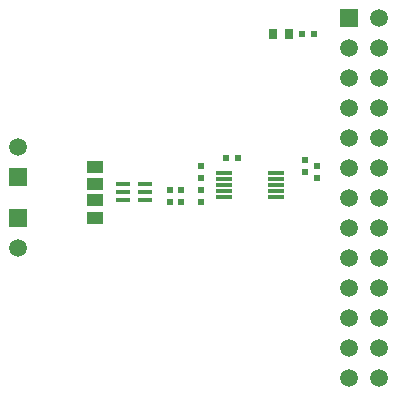
<source format=gbr>
%TF.GenerationSoftware,Altium Limited,Altium Designer,21.2.2 (38)*%
G04 Layer_Color=255*
%FSLAX45Y45*%
%MOMM*%
%TF.SameCoordinates,DC8D9031-FEEE-4EB9-A140-7D2FD38E5C7C*%
%TF.FilePolarity,Positive*%
%TF.FileFunction,Pads,Top*%
%TF.Part,Single*%
G01*
G75*
%TA.AperFunction,SMDPad,CuDef*%
%ADD10R,1.40000X1.10000*%
%ADD11R,0.60000X0.50000*%
%ADD12R,0.50000X0.60000*%
%ADD13R,1.45000X0.30000*%
%ADD14R,0.80000X0.90000*%
G04:AMPARAMS|DCode=15|XSize=1.19mm|YSize=0.4mm|CornerRadius=0.05mm|HoleSize=0mm|Usage=FLASHONLY|Rotation=0.000|XOffset=0mm|YOffset=0mm|HoleType=Round|Shape=RoundedRectangle|*
%AMROUNDEDRECTD15*
21,1,1.19000,0.30000,0,0,0.0*
21,1,1.09000,0.40000,0,0,0.0*
1,1,0.10000,0.54500,-0.15000*
1,1,0.10000,-0.54500,-0.15000*
1,1,0.10000,-0.54500,0.15000*
1,1,0.10000,0.54500,0.15000*
%
%ADD15ROUNDEDRECTD15*%
%TA.AperFunction,ComponentPad*%
%ADD20R,1.50000X1.50000*%
%ADD21C,1.50000*%
D10*
X880000Y1985000D02*
D03*
Y1835000D02*
D03*
X880000Y1555000D02*
D03*
Y1705000D02*
D03*
D11*
X2760000Y1990000D02*
D03*
Y1890000D02*
D03*
X2660000Y2040000D02*
D03*
Y1940000D02*
D03*
X1780000Y1690000D02*
D03*
Y1790000D02*
D03*
Y1990000D02*
D03*
Y1890000D02*
D03*
D12*
X1510000Y1790000D02*
D03*
X1610000D02*
D03*
X1510000Y1690000D02*
D03*
X1610000D02*
D03*
X1990000Y2060000D02*
D03*
X2090000D02*
D03*
X2730000Y3105000D02*
D03*
X2630000D02*
D03*
D13*
X2410000Y1730000D02*
D03*
Y1780000D02*
D03*
Y1830000D02*
D03*
Y1880000D02*
D03*
Y1930000D02*
D03*
X1970000D02*
D03*
Y1880000D02*
D03*
Y1830000D02*
D03*
Y1780000D02*
D03*
Y1730000D02*
D03*
D14*
X2525000Y3105000D02*
D03*
X2385000D02*
D03*
D15*
X1114000Y1835000D02*
D03*
Y1770000D02*
D03*
Y1705000D02*
D03*
X1306000D02*
D03*
Y1770000D02*
D03*
Y1835000D02*
D03*
D20*
X230000Y1554000D02*
D03*
Y1900000D02*
D03*
X3031000Y3247000D02*
D03*
D21*
X230000Y1300000D02*
D03*
Y2154000D02*
D03*
X3285000Y3247000D02*
D03*
X3031000Y2993000D02*
D03*
X3285000D02*
D03*
X3031000Y2739000D02*
D03*
X3285000D02*
D03*
X3031000Y2485000D02*
D03*
X3285000D02*
D03*
X3031000Y2231000D02*
D03*
X3285000D02*
D03*
X3031000Y1977000D02*
D03*
X3285000D02*
D03*
X3031000Y1723000D02*
D03*
X3285000D02*
D03*
X3031000Y1469000D02*
D03*
X3285000D02*
D03*
X3031000Y1215000D02*
D03*
X3285000D02*
D03*
X3031000Y961000D02*
D03*
X3285000D02*
D03*
X3031000Y707000D02*
D03*
X3285000D02*
D03*
X3031000Y453000D02*
D03*
X3285000D02*
D03*
X3031000Y199000D02*
D03*
X3285000D02*
D03*
%TF.MD5,13c55f2b1364bf6456fde948bf2e9547*%
M02*

</source>
